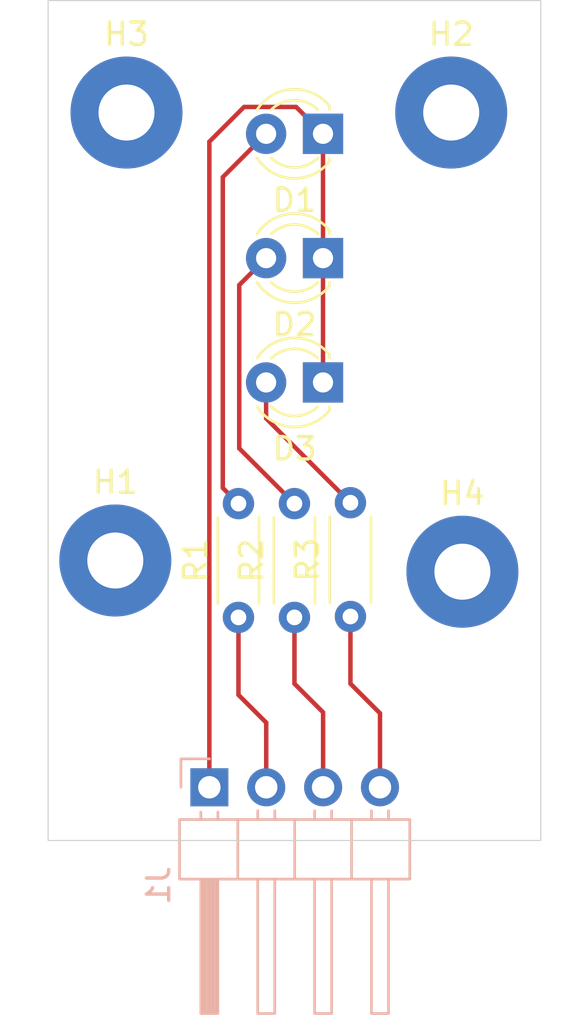
<source format=kicad_pcb>
(kicad_pcb (version 20240108) (generator "pcbnew") (generator_version "8.0")
  (layers (0 "F.Cu" signal) (31 "B.Cu" signal) (34 "B.Paste" user) (35 "F.Paste" user) (36 "B.SilkS" user "B.Silkscreen") (37 "F.SilkS" user "F.Silkscreen") (38 "B.Mask" user) (39 "F.Mask" user) (44 "Edge.Cuts" user))
  (net 0 "")
  (net 1 "Net-(D1-A)")
  (net 2 "Net-(D1-K)")
  (net 3 "Net-(D2-A)")
  (net 4 "Net-(D3-A)")
  (net 5 "Net-(J1-Pin_3)")
  (net 6 "Net-(J1-Pin_2)")
  (net 7 "Net-(J1-Pin_4)")
  (footprint "MountingHole:MountingHole_2.5mm_Pad" (layer "F.Cu") (at 169.5 82.5)
    (property "Reference" "H2" (at 0 -3.5 0) (layer "F.SilkS"))
    (property "Value" "MountingHole")
    (pad "1" thru_hole circle (at 0 0) (size 5 5) (drill 2.5) (layers "*.Cu" "*.Mask"))
  )
  (footprint "LED_THT:LED_D3.0mm" (layer "F.Cu") (at 163.775 94.55 180)
    (property "Reference" "D3" (at 1.27 -2.96 180) (layer "F.SilkS"))
    (property "Value" "LED")
    (fp_line (start -0.29 1.08) (end -0.29 1.236) (stroke (width 0.12)) (layer "F.SilkS"))
    (fp_line (start -0.29 -1.236) (end -0.29 -1.08) (stroke (width 0.12)) (layer "F.SilkS"))
    (fp_arc (start 2.942335 1.078608) (mid 1.366487 1.987659) (end -0.29 1.235516) (stroke (width 0.12)) (layer "F.SilkS"))
    (fp_arc (start 2.31113 1.079837) (mid 1.270117 1.5) (end 0.229039 1.08) (stroke (width 0.12)) (layer "F.SilkS"))
    (fp_arc (start 0.229039 -1.08) (mid 1.270117 -1.5) (end 2.31113 -1.079837) (stroke (width 0.12)) (layer "F.SilkS"))
    (fp_arc (start -0.29 -1.235516) (mid 1.366487 -1.987659) (end 2.942335 -1.078608) (stroke (width 0.12)) (layer "F.SilkS"))
    (pad "1" thru_hole rect (at 0 0 180) (size 1.8 1.8) (drill 0.9) (layers "*.Cu" "*.Mask") (net 2 "Net-(D1-K)"))
    (pad "2" thru_hole circle (at 2.54 0 180) (size 1.8 1.8) (drill 0.9) (layers "*.Cu" "*.Mask") (net 4 "Net-(D3-A)"))
  )
  (footprint "MountingHole:MountingHole_2.5mm_Pad" (layer "F.Cu") (at 170 103)
    (property "Reference" "H4" (at 0 -3.5 0) (layer "F.SilkS"))
    (property "Value" "MountingHole")
    (pad "1" thru_hole circle (at 0 0) (size 5 5) (drill 2.5) (layers "*.Cu" "*.Mask"))
  )
  (footprint "LED_THT:LED_D3.0mm" (layer "F.Cu") (at 163.775 89 180)
    (property "Reference" "D2" (at 1.27 -2.96 180) (layer "F.SilkS"))
    (property "Value" "LED")
    (fp_line (start -0.29 1.08) (end -0.29 1.236) (stroke (width 0.12)) (layer "F.SilkS"))
    (fp_line (start -0.29 -1.236) (end -0.29 -1.08) (stroke (width 0.12)) (layer "F.SilkS"))
    (fp_arc (start 2.942335 1.078608) (mid 1.366487 1.987659) (end -0.29 1.235516) (stroke (width 0.12)) (layer "F.SilkS"))
    (fp_arc (start 2.31113 1.079837) (mid 1.270117 1.5) (end 0.229039 1.08) (stroke (width 0.12)) (layer "F.SilkS"))
    (fp_arc (start 0.229039 -1.08) (mid 1.270117 -1.5) (end 2.31113 -1.079837) (stroke (width 0.12)) (layer "F.SilkS"))
    (fp_arc (start -0.29 -1.235516) (mid 1.366487 -1.987659) (end 2.942335 -1.078608) (stroke (width 0.12)) (layer "F.SilkS"))
    (pad "1" thru_hole rect (at 0 0 180) (size 1.8 1.8) (drill 0.9) (layers "*.Cu" "*.Mask") (net 2 "Net-(D1-K)"))
    (pad "2" thru_hole circle (at 2.54 0 180) (size 1.8 1.8) (drill 0.9) (layers "*.Cu" "*.Mask") (net 3 "Net-(D2-A)"))
  )
  (footprint "Resistor_THT:R_Axial_DIN0204_L3.6mm_D1.6mm_P5.08mm_Horizontal" (layer "F.Cu") (at 165 105 90)
    (property "Reference" "R3" (at 2.54 -1.92 270) (layer "F.SilkS"))
    (property "Value" "R")
    (fp_line (start 0.62 -0.92) (end 4.46 -0.92) (stroke (width 0.12)) (layer "F.SilkS"))
    (fp_line (start 0.62 0.92) (end 4.46 0.92) (stroke (width 0.12)) (layer "F.SilkS"))
    (pad "1" thru_hole circle (at 0 0 90) (size 1.4 1.4) (drill 0.7) (layers "*.Cu" "*.Mask") (net 7 "Net-(J1-Pin_4)"))
    (pad "2" thru_hole oval (at 5.08 0 90) (size 1.4 1.4) (drill 0.7) (layers "*.Cu" "*.Mask") (net 4 "Net-(D3-A)"))
  )
  (footprint "Resistor_THT:R_Axial_DIN0204_L3.6mm_D1.6mm_P5.08mm_Horizontal" (layer "F.Cu") (at 160 105.04 90)
    (property "Reference" "R1" (at 2.54 -1.92 270) (layer "F.SilkS"))
    (property "Value" "R")
    (fp_line (start 0.62 -0.92) (end 4.46 -0.92) (stroke (width 0.12)) (layer "F.SilkS"))
    (fp_line (start 0.62 0.92) (end 4.46 0.92) (stroke (width 0.12)) (layer "F.SilkS"))
    (pad "1" thru_hole circle (at 0 0 90) (size 1.4 1.4) (drill 0.7) (layers "*.Cu" "*.Mask") (net 6 "Net-(J1-Pin_2)"))
    (pad "2" thru_hole oval (at 5.08 0 90) (size 1.4 1.4) (drill 0.7) (layers "*.Cu" "*.Mask") (net 1 "Net-(D1-A)"))
  )
  (footprint "Resistor_THT:R_Axial_DIN0204_L3.6mm_D1.6mm_P5.08mm_Horizontal" (layer "F.Cu") (at 162.5 105.04 90)
    (property "Reference" "R2" (at 2.54 -1.92 270) (layer "F.SilkS"))
    (property "Value" "R")
    (fp_line (start 0.62 -0.92) (end 4.46 -0.92) (stroke (width 0.12)) (layer "F.SilkS"))
    (fp_line (start 0.62 0.92) (end 4.46 0.92) (stroke (width 0.12)) (layer "F.SilkS"))
    (pad "1" thru_hole circle (at 0 0 90) (size 1.4 1.4) (drill 0.7) (layers "*.Cu" "*.Mask") (net 5 "Net-(J1-Pin_3)"))
    (pad "2" thru_hole oval (at 5.08 0 90) (size 1.4 1.4) (drill 0.7) (layers "*.Cu" "*.Mask") (net 3 "Net-(D2-A)"))
  )
  (footprint "MountingHole:MountingHole_2.5mm_Pad" (layer "F.Cu") (at 154.5 102.5)
    (property "Reference" "H1" (at 0 -3.5 0) (layer "F.SilkS"))
    (property "Value" "MountingHole")
    (pad "1" thru_hole circle (at 0 0) (size 5 5) (drill 2.5) (layers "*.Cu" "*.Mask"))
  )
  (footprint "LED_THT:LED_D3.0mm" (layer "F.Cu") (at 163.775 83.45 180)
    (property "Reference" "D1" (at 1.27 -2.96 180) (layer "F.SilkS"))
    (property "Value" "LED")
    (fp_line (start -0.29 1.08) (end -0.29 1.236) (stroke (width 0.12)) (layer "F.SilkS"))
    (fp_line (start -0.29 -1.236) (end -0.29 -1.08) (stroke (width 0.12)) (layer "F.SilkS"))
    (fp_arc (start 2.942335 1.078608) (mid 1.366487 1.987659) (end -0.29 1.235516) (stroke (width 0.12)) (layer "F.SilkS"))
    (fp_arc (start 2.31113 1.079837) (mid 1.270117 1.5) (end 0.229039 1.08) (stroke (width 0.12)) (layer "F.SilkS"))
    (fp_arc (start 0.229039 -1.08) (mid 1.270117 -1.5) (end 2.31113 -1.079837) (stroke (width 0.12)) (layer "F.SilkS"))
    (fp_arc (start -0.29 -1.235516) (mid 1.366487 -1.987659) (end 2.942335 -1.078608) (stroke (width 0.12)) (layer "F.SilkS"))
    (pad "1" thru_hole rect (at 0 0 180) (size 1.8 1.8) (drill 0.9) (layers "*.Cu" "*.Mask") (net 2 "Net-(D1-K)"))
    (pad "2" thru_hole circle (at 2.54 0 180) (size 1.8 1.8) (drill 0.9) (layers "*.Cu" "*.Mask") (net 1 "Net-(D1-A)"))
  )
  (footprint "MountingHole:MountingHole_2.5mm_Pad" (layer "F.Cu") (at 155 82.5)
    (property "Reference" "H3" (at 0 -3.5 0) (layer "F.SilkS"))
    (property "Value" "MountingHole")
    (pad "1" thru_hole circle (at 0 0) (size 5 5) (drill 2.5) (layers "*.Cu" "*.Mask"))
  )
  (footprint "Connector_PinHeader_2.54mm:PinHeader_1x04_P2.54mm_Horizontal" (layer "B.Cu") (at 158.7 112.625 -90)
    (property "Reference" "J1" (at 4.385 2.27 90) (layer "B.SilkS") (effects (justify mirror)))
    (property "Value" "Conn_01x04")
    (fp_line (start 1.44 1.33) (end 4.1 1.33) (stroke (width 0.12)) (layer "B.SilkS"))
    (fp_line (start 4.1 1.33) (end 4.1 -8.95) (stroke (width 0.12)) (layer "B.SilkS"))
    (fp_line (start -1.27 1.27) (end -1.27 0) (stroke (width 0.12)) (layer "B.SilkS"))
    (fp_line (start 0 1.27) (end -1.27 1.27) (stroke (width 0.12)) (layer "B.SilkS"))
    (fp_line (start 1.44 0.38) (end 1.11 0.38) (stroke (width 0.12)) (layer "B.SilkS"))
    (fp_line (start 10.1 0.38) (end 4.1 0.38) (stroke (width 0.12)) (layer "B.SilkS"))
    (fp_line (start 10.1 0.32) (end 4.1 0.32) (stroke (width 0.12)) (layer "B.SilkS"))
    (fp_line (start 10.1 0.2) (end 4.1 0.2) (stroke (width 0.12)) (layer "B.SilkS"))
    (fp_line (start 10.1 0.08) (end 4.1 0.08) (stroke (width 0.12)) (layer "B.SilkS"))
    (fp_line (start 10.1 -0.04) (end 4.1 -0.04) (stroke (width 0.12)) (layer "B.SilkS"))
    (fp_line (start 10.1 -0.16) (end 4.1 -0.16) (stroke (width 0.12)) (layer "B.SilkS"))
    (fp_line (start 10.1 -0.28) (end 4.1 -0.28) (stroke (width 0.12)) (layer "B.SilkS"))
    (fp_line (start 1.44 -0.38) (end 1.11 -0.38) (stroke (width 0.12)) (layer "B.SilkS"))
    (fp_line (start 4.1 -0.38) (end 10.1 -0.38) (stroke (width 0.12)) (layer "B.SilkS"))
    (fp_line (start 10.1 -0.38) (end 10.1 0.38) (stroke (width 0.12)) (layer "B.SilkS"))
    (fp_line (start 4.1 -1.27) (end 1.44 -1.27) (stroke (width 0.12)) (layer "B.SilkS"))
    (fp_line (start 1.44 -2.16) (end 1.042929 -2.16) (stroke (width 0.12)) (layer "B.SilkS"))
    (fp_line (start 10.1 -2.16) (end 4.1 -2.16) (stroke (width 0.12)) (layer "B.SilkS"))
    (fp_line (start 1.44 -2.92) (end 1.042929 -2.92) (stroke (width 0.12)) (layer "B.SilkS"))
    (fp_line (start 4.1 -2.92) (end 10.1 -2.92) (stroke (width 0.12)) (layer "B.SilkS"))
    (fp_line (start 10.1 -2.92) (end 10.1 -2.16) (stroke (width 0.12)) (layer "B.SilkS"))
    (fp_line (start 4.1 -3.81) (end 1.44 -3.81) (stroke (width 0.12)) (layer "B.SilkS"))
    (fp_line (start 1.44 -4.7) (end 1.042929 -4.7) (stroke (width 0.12)) (layer "B.SilkS"))
    (fp_line (start 10.1 -4.7) (end 4.1 -4.7) (stroke (width 0.12)) (layer "B.SilkS"))
    (fp_line (start 1.44 -5.46) (end 1.042929 -5.46) (stroke (width 0.12)) (layer "B.SilkS"))
    (fp_line (start 4.1 -5.46) (end 10.1 -5.46) (stroke (width 0.12)) (layer "B.SilkS"))
    (fp_line (start 10.1 -5.46) (end 10.1 -4.7) (stroke (width 0.12)) (layer "B.SilkS"))
    (fp_line (start 4.1 -6.35) (end 1.44 -6.35) (stroke (width 0.12)) (layer "B.SilkS"))
    (fp_line (start 1.44 -7.24) (end 1.042929 -7.24) (stroke (width 0.12)) (layer "B.SilkS"))
    (fp_line (start 10.1 -7.24) (end 4.1 -7.24) (stroke (width 0.12)) (layer "B.SilkS"))
    (fp_line (start 1.44 -8) (end 1.042929 -8) (stroke (width 0.12)) (layer "B.SilkS"))
    (fp_line (start 4.1 -8) (end 10.1 -8) (stroke (width 0.12)) (layer "B.SilkS"))
    (fp_line (start 10.1 -8) (end 10.1 -7.24) (stroke (width 0.12)) (layer "B.SilkS"))
    (fp_line (start 1.44 -8.95) (end 1.44 1.33) (stroke (width 0.12)) (layer "B.SilkS"))
    (fp_line (start 4.1 -8.95) (end 1.44 -8.95) (stroke (width 0.12)) (layer "B.SilkS"))
    (pad "1" thru_hole rect (at 0 0 270) (size 1.7 1.7) (drill 1) (layers "*.Cu" "*.Mask") (net 2 "Net-(D1-K)"))
    (pad "2" thru_hole oval (at 0 -2.54 270) (size 1.7 1.7) (drill 1) (layers "*.Cu" "*.Mask") (net 6 "Net-(J1-Pin_2)"))
    (pad "3" thru_hole oval (at 0 -5.08 270) (size 1.7 1.7) (drill 1) (layers "*.Cu" "*.Mask") (net 5 "Net-(J1-Pin_3)"))
    (pad "4" thru_hole oval (at 0 -7.62 270) (size 1.7 1.7) (drill 1) (layers "*.Cu" "*.Mask") (net 7 "Net-(J1-Pin_4)"))
  )
  (gr_rect (start 151.5 77.5) (end 173.5 115) (stroke (width 0.05)) (fill none) (layer "Edge.Cuts"))
  (segment (start 159.3 85.385) (end 161.235 83.45) (width 0.2) (layer "F.Cu") (net 1))
  (segment (start 159.3 99.26) (end 159.3 85.385) (width 0.2) (layer "F.Cu") (net 1))
  (segment (start 160 99.96) (end 159.3 99.26) (width 0.2) (layer "F.Cu") (net 1))
  (segment (start 163.775 89) (end 163.775 94.55) (width 0.2) (layer "F.Cu") (net 2))
  (segment (start 162.575 82.25) (end 160.25 82.25) (width 0.2) (layer "F.Cu") (net 2))
  (segment (start 163.775 83.45) (end 163.775 89) (width 0.2) (layer "F.Cu") (net 2))
  (segment (start 158.7 83.8) (end 158.7 112.625) (width 0.2) (layer "F.Cu") (net 2))
  (segment (start 160.25 82.25) (end 158.7 83.8) (width 0.2) (layer "F.Cu") (net 2))
  (segment (start 163.775 83.45) (end 162.575 82.25) (width 0.2) (layer "F.Cu") (net 2))
  (segment (start 160.035 90.2) (end 161.235 89) (width 0.2) (layer "F.Cu") (net 3))
  (segment (start 160.035 97.495) (end 160.035 90.2) (width 0.2) (layer "F.Cu") (net 3))
  (segment (start 162.5 99.96) (end 160.035 97.495) (width 0.2) (layer "F.Cu") (net 3))
  (segment (start 165 99.92) (end 161.235 96.155) (width 0.2) (layer "F.Cu") (net 4))
  (segment (start 161.235 96.155) (end 161.235 94.55) (width 0.2) (layer "F.Cu") (net 4))
  (segment (start 162.5 108) (end 162.5 105.04) (width 0.2) (layer "F.Cu") (net 5))
  (segment (start 163.78 109.28) (end 162.5 108) (width 0.2) (layer "F.Cu") (net 5))
  (segment (start 163.78 112.625) (end 163.78 109.28) (width 0.2) (layer "F.Cu") (net 5))
  (segment (start 160 108.5) (end 161.24 109.74) (width 0.2) (layer "F.Cu") (net 6))
  (segment (start 160 105.04) (end 160 108.5) (width 0.2) (layer "F.Cu") (net 6))
  (segment (start 161.24 109.74) (end 161.24 112.625) (width 0.2) (layer "F.Cu") (net 6))
  (segment (start 165 105) (end 165 108) (width 0.2) (layer "F.Cu") (net 7))
  (segment (start 165 108) (end 166.32 109.32) (width 0.2) (layer "F.Cu") (net 7))
  (segment (start 166.32 109.32) (end 166.32 112.625) (width 0.2) (layer "F.Cu") (net 7))
)
</source>
